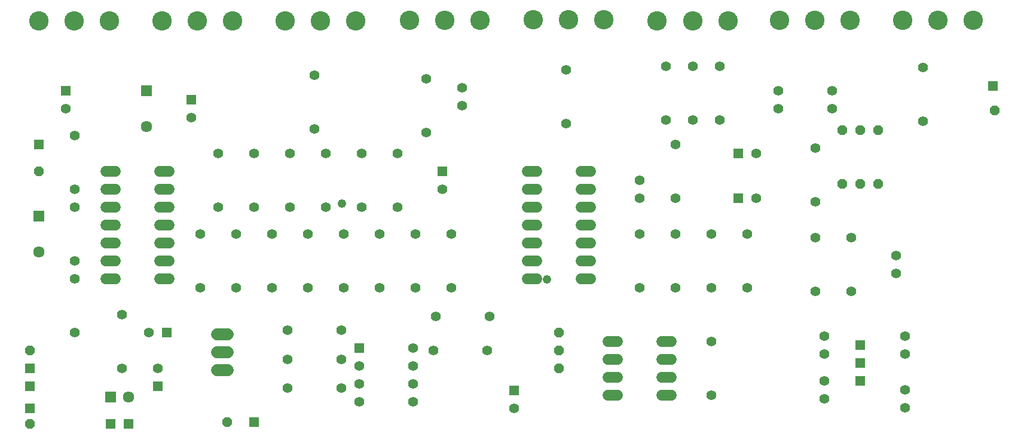
<source format=gts>
G75*
G70*
%OFA0B0*%
%FSLAX24Y24*%
%IPPOS*%
%LPD*%
%AMOC8*
5,1,8,0,0,1.08239X$1,22.5*
%
%ADD10C,0.0600*%
%ADD11C,0.0680*%
%ADD12R,0.0556X0.0556*%
%ADD13OC8,0.0556*%
%ADD14C,0.0556*%
%ADD15R,0.0634X0.0634*%
%ADD16C,0.0634*%
%ADD17C,0.1080*%
%ADD18C,0.0480*%
D10*
X005421Y009181D02*
X005941Y009181D01*
X005941Y010181D02*
X005421Y010181D01*
X005421Y011181D02*
X005941Y011181D01*
X005941Y012181D02*
X005421Y012181D01*
X005421Y013181D02*
X005941Y013181D01*
X005941Y014181D02*
X005421Y014181D01*
X005421Y015181D02*
X005941Y015181D01*
X008421Y015181D02*
X008941Y015181D01*
X008941Y014181D02*
X008421Y014181D01*
X008421Y013181D02*
X008941Y013181D01*
X008941Y012181D02*
X008421Y012181D01*
X008421Y011181D02*
X008941Y011181D01*
X008941Y010181D02*
X008421Y010181D01*
X008421Y009181D02*
X008941Y009181D01*
X028921Y009181D02*
X029441Y009181D01*
X029441Y010181D02*
X028921Y010181D01*
X028921Y011181D02*
X029441Y011181D01*
X029441Y012181D02*
X028921Y012181D01*
X028921Y013181D02*
X029441Y013181D01*
X029441Y014181D02*
X028921Y014181D01*
X028921Y015181D02*
X029441Y015181D01*
X031921Y015181D02*
X032441Y015181D01*
X032441Y014181D02*
X031921Y014181D01*
X031921Y013181D02*
X032441Y013181D01*
X032441Y012181D02*
X031921Y012181D01*
X031921Y011181D02*
X032441Y011181D01*
X032441Y010181D02*
X031921Y010181D01*
X031921Y009181D02*
X032441Y009181D01*
X033421Y005681D02*
X033941Y005681D01*
X033941Y004681D02*
X033421Y004681D01*
X033421Y003681D02*
X033941Y003681D01*
X033941Y002681D02*
X033421Y002681D01*
X036421Y002681D02*
X036941Y002681D01*
X036941Y003681D02*
X036421Y003681D01*
X036421Y004681D02*
X036941Y004681D01*
X036941Y005681D02*
X036421Y005681D01*
D11*
X012231Y006056D02*
X011631Y006056D01*
X011631Y005056D02*
X012231Y005056D01*
X012231Y004056D02*
X011631Y004056D01*
D12*
X008306Y003181D03*
X006681Y001056D03*
X005681Y001056D03*
X001181Y001931D03*
X001181Y003181D03*
X001181Y004181D03*
X008806Y006181D03*
X013681Y001181D03*
X019556Y005306D03*
X028181Y002931D03*
X047493Y003465D03*
X047493Y004465D03*
X047493Y005465D03*
X040681Y013681D03*
X040681Y016181D03*
X054897Y019939D03*
X024181Y015181D03*
X010181Y019181D03*
X003181Y019681D03*
X001681Y016681D03*
D13*
X001181Y001056D03*
X001181Y005181D03*
X012181Y001181D03*
X030681Y004181D03*
X030681Y005181D03*
X030681Y006181D03*
X046493Y014465D03*
X047493Y014465D03*
X048493Y014465D03*
X048493Y017465D03*
X047493Y017465D03*
X046493Y017465D03*
X054976Y018561D03*
X001681Y015181D03*
D14*
X003681Y014181D03*
X003681Y013181D03*
X003681Y010181D03*
X003681Y009181D03*
X006306Y007181D03*
X007806Y006181D03*
X008306Y004181D03*
X006306Y004181D03*
X003681Y006181D03*
X010681Y008681D03*
X012681Y008681D03*
X014681Y008681D03*
X016681Y008681D03*
X018681Y008681D03*
X020681Y008681D03*
X022681Y008681D03*
X024681Y008681D03*
X023806Y007056D03*
X026806Y007056D03*
X026681Y005181D03*
X023681Y005181D03*
X022556Y005306D03*
X022556Y004306D03*
X022556Y003306D03*
X022556Y002306D03*
X019556Y002306D03*
X019556Y003306D03*
X018556Y003056D03*
X019556Y004306D03*
X018556Y004681D03*
X018556Y006306D03*
X015556Y006306D03*
X015556Y004681D03*
X015556Y003056D03*
X028181Y001931D03*
X039181Y002681D03*
X039181Y005681D03*
X039181Y008681D03*
X041181Y008681D03*
X044993Y008465D03*
X046993Y008465D03*
X049493Y009465D03*
X049493Y010465D03*
X046993Y011465D03*
X044993Y011465D03*
X044993Y013465D03*
X041681Y013681D03*
X041181Y011681D03*
X039181Y011681D03*
X037181Y011681D03*
X035181Y011681D03*
X035181Y013681D03*
X037181Y013681D03*
X035181Y014681D03*
X037181Y016681D03*
X036660Y018046D03*
X038160Y018046D03*
X039660Y018046D03*
X041681Y016181D03*
X044993Y016465D03*
X045932Y018686D03*
X045932Y019686D03*
X042932Y019686D03*
X042932Y018686D03*
X039660Y021046D03*
X038160Y021046D03*
X036660Y021046D03*
X031078Y020830D03*
X031078Y017830D03*
X025284Y018821D03*
X025284Y019821D03*
X023284Y020321D03*
X023284Y017321D03*
X021681Y016181D03*
X019681Y016181D03*
X017681Y016181D03*
X015681Y016181D03*
X017058Y017542D03*
X013681Y016181D03*
X011681Y016181D03*
X010181Y018181D03*
X003681Y017181D03*
X003181Y018681D03*
X011681Y013181D03*
X013681Y013181D03*
X015681Y013181D03*
X017681Y013181D03*
X019681Y013181D03*
X021681Y013181D03*
X024181Y014181D03*
X024681Y011681D03*
X022681Y011681D03*
X020681Y011681D03*
X018681Y011681D03*
X016681Y011681D03*
X014681Y011681D03*
X012681Y011681D03*
X010681Y011681D03*
X017058Y020542D03*
X035181Y008681D03*
X037181Y008681D03*
X045493Y005965D03*
X045493Y004965D03*
X045493Y003465D03*
X045493Y002465D03*
X049993Y001965D03*
X049993Y002965D03*
X049993Y004965D03*
X049993Y005965D03*
X050974Y017970D03*
X050974Y020970D03*
D15*
X007681Y019681D03*
X001681Y012681D03*
X005681Y002556D03*
D16*
X006681Y002556D03*
X001681Y010681D03*
X007681Y017681D03*
D17*
X008543Y023557D03*
X010512Y023557D03*
X012480Y023557D03*
X015412Y023579D03*
X017380Y023579D03*
X019349Y023579D03*
X022347Y023600D03*
X024316Y023600D03*
X026284Y023600D03*
X029266Y023623D03*
X031235Y023623D03*
X033203Y023623D03*
X036168Y023586D03*
X038137Y023586D03*
X040105Y023586D03*
X042997Y023587D03*
X044965Y023587D03*
X046934Y023587D03*
X049846Y023591D03*
X051815Y023591D03*
X053783Y023591D03*
X005630Y023586D03*
X003662Y023586D03*
X001693Y023586D03*
D18*
X018581Y013381D03*
X030021Y009141D03*
M02*

</source>
